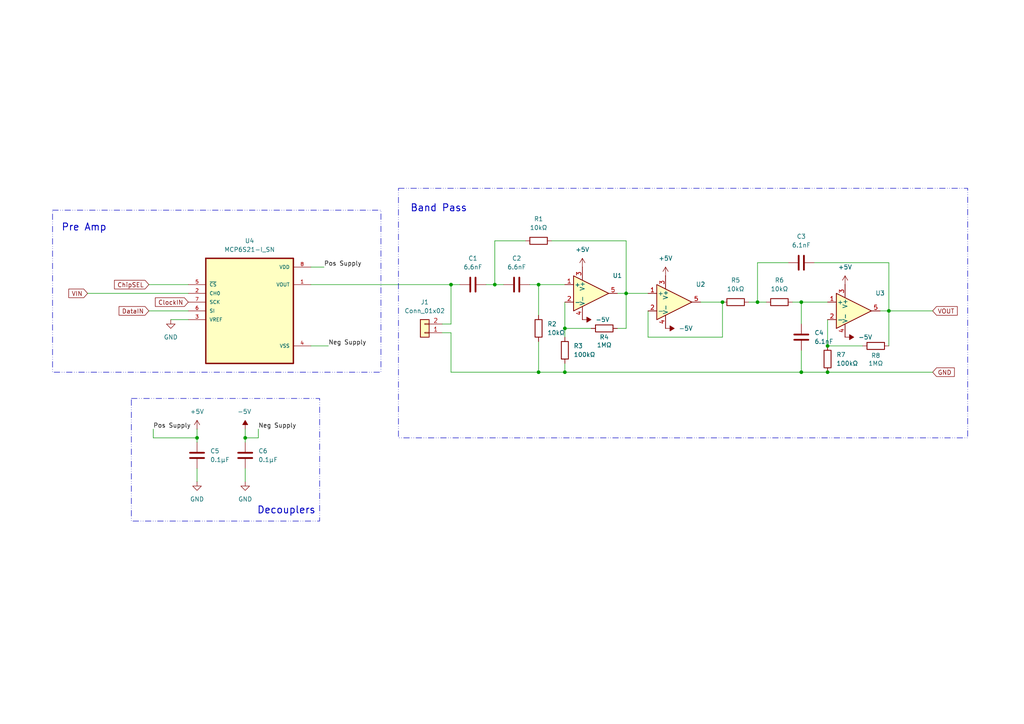
<source format=kicad_sch>
(kicad_sch (version 20250114) (generator "eeschema") (generator_version "9.0")
  (paper "A4")
  (lib_symbols
    (symbol "Connector_Generic:Conn_01x02" (pin_names (offset 1.016) (hide yes))
      (property "Reference" "J" (at 0 2.54 0))
      (property "Value" "Conn_01x02" (at 0 -5.08 0))
      (symbol "Conn_01x02_1_1"
        (rectangle (start -1.27 1.27) (end 1.27 -3.81) (stroke (width 0.254)) (fill (type background)))
        (rectangle (start -1.27 0.127) (end 0 -0.127) (stroke (width 0.1524)))
        (rectangle (start -1.27 -2.413) (end 0 -2.667) (stroke (width 0.1524)))
        (pin passive line (at -5.08 0 0) (length 3.81) (name "Pin_1") (number "1"))
        (pin passive line (at -5.08 -2.54 0) (length 3.81) (name "Pin_2") (number "2"))
      )
    )
    (symbol "Device:C" (pin_numbers (hide yes)) (pin_names (offset 0.254))
      (property "Reference" "C" (at 0.635 2.54 0))
      (property "Value" "C" (at 0.635 -2.54 0))
      (symbol "C_0_1"
        (polyline (pts (xy -2.032 0.762) (xy 2.032 0.762)) (stroke (width 0.508)))
        (polyline (pts (xy -2.032 -0.762) (xy 2.032 -0.762)) (stroke (width 0.508)))
      )
      (symbol "C_1_1"
        (pin passive line (at 0 3.81 270) (length 2.794) (name "~") (number "1"))
        (pin passive line (at 0 -3.81 90) (length 2.794) (name "~") (number "2"))
      )
    )
    (symbol "Device:R" (pin_numbers (hide yes)) (pin_names (offset 0))
      (property "Reference" "R" (at 2.032 0 90))
      (property "Value" "R" (at 0 0 90))
      (symbol "R_0_1"
        (rectangle (start -1.016 -2.54) (end 1.016 2.54) (stroke (width 0.254)))
      )
      (symbol "R_1_1"
        (pin passive line (at 0 3.81 270) (length 1.27) (name "~") (number "1"))
        (pin passive line (at 0 -3.81 90) (length 1.27) (name "~") (number "2"))
      )
    )
    (symbol "MCP6S21-I_SN:MCP6S21-I_SN" (pin_names (offset 1.016))
      (property "Reference" "U" (at -12.7 16.24 0))
      (property "Value" "MCP6S21-I_SN" (at -12.7 -19.24 0))
      (symbol "MCP6S21-I_SN_0_0"
        (rectangle (start -12.7 -15.24) (end 12.7 15.24) (stroke (width 0.41)) (fill (type background)))
        (pin input line (at -17.78 7.62 0) (length 5.08) (name "~{CS}") (number "5"))
        (pin input line (at -17.78 5.08 0) (length 5.08) (name "CH0") (number "2"))
        (pin input line (at -17.78 2.54 0) (length 5.08) (name "SCK") (number "7"))
        (pin input line (at -17.78 0 0) (length 5.08) (name "SI") (number "6"))
        (pin input line (at -17.78 -2.54 0) (length 5.08) (name "VREF") (number "3"))
        (pin power_in line (at 17.78 12.7 180) (length 5.08) (name "VDD") (number "8"))
        (pin output line (at 17.78 7.62 180) (length 5.08) (name "VOUT") (number "1"))
        (pin power_in line (at 17.78 -10.16 180) (length 5.08) (name "VSS") (number "4"))
      )
    )
    (symbol "Simulation_SPICE:OPAMP" (pin_names (offset 0.254))
      (property "Reference" "U" (at 3.81 3.175 0))
      (property "Value" "${SIM.PARAMS}" (at 3.81 -3.175 0))
      (symbol "OPAMP_0_1"
        (polyline (pts (xy 5.08 0) (xy -5.08 5.08) (xy -5.08 -5.08) (xy 5.08 0)) (stroke (width 0.254)) (fill (type background)))
      )
      (symbol "OPAMP_1_1"
        (pin input line (at -7.62 2.54 0) (length 2.54) (name "+") (number "1"))
        (pin input line (at -7.62 -2.54 0) (length 2.54) (name "-") (number "2"))
        (pin power_in line (at -2.54 7.62 270) (length 3.81) (name "V+") (number "3"))
        (pin power_in line (at -2.54 -7.62 90) (length 3.81) (name "V-") (number "4"))
        (pin output line (at 7.62 0 180) (length 2.54) (name "~") (number "5"))
      )
    )
    (symbol "power:+5V" (power) (pin_numbers (hide yes)) (pin_names (offset 0) (hide yes))
      (property "Value" "+5V" (at 0 3.556 0))
      (symbol "+5V_0_1"
        (polyline (pts (xy -0.762 1.27) (xy 0 2.54)))
        (polyline (pts (xy 0 2.54) (xy 0.762 1.27)))
        (polyline (pts (xy 0 0) (xy 0 2.54)))
      )
      (symbol "+5V_1_1"
        (pin power_in line (at 0 0 90) (length 0) (name "~") (number "1"))
      )
    )
    (symbol "power:-5V" (power) (pin_numbers (hide yes)) (pin_names (offset 0) (hide yes))
      (property "Value" "-5V" (at 0 3.556 0))
      (symbol "-5V_0_0"
        (pin power_in line (at 0 0 90) (length 0) (name "~") (number "1"))
      )
      (symbol "-5V_0_1"
        (polyline (pts (xy 0 0) (xy 0 1.27) (xy 0.762 1.27) (xy 0 2.54) (xy -0.762 1.27) (xy 0 1.27)) (fill (type outline)))
      )
    )
    (symbol "power:GND" (power) (pin_numbers (hide yes)) (pin_names (offset 0) (hide yes))
      (property "Value" "GND" (at 0 -3.81 0))
      (symbol "GND_0_1"
        (polyline (pts (xy 0 0) (xy 0 -1.27) (xy 1.27 -1.27) (xy 0 -2.54) (xy -1.27 -1.27) (xy 0 -1.27)))
      )
      (symbol "GND_1_1"
        (pin power_in line (at 0 0 270) (length 0) (name "~") (number "1"))
      )
    )
    (symbol "power:VDD" (power) (pin_numbers (hide yes)) (pin_names (offset 0) (hide yes))
      (property "Value" "VDD" (at 0 3.556 0))
      (symbol "VDD_0_1"
        (polyline (pts (xy -0.762 1.27) (xy 0 2.54)))
        (polyline (pts (xy 0 2.54) (xy 0.762 1.27)))
        (polyline (pts (xy 0 0) (xy 0 2.54)))
      )
      (symbol "VDD_1_1"
        (pin power_in line (at 0 0 90) (length 0) (name "~") (number "1"))
      )
    )
  )
  (rectangle (start 15.24 60.96) (end 110.49 107.95) (stroke (width 0) (type dash_dot_dot)))
  (rectangle (start 38.1 115.57) (end 92.71 151.13) (stroke (width 0) (type dash_dot_dot)))
  (rectangle (start 115.57 54.61) (end 280.67 127) (stroke (width 0) (type dash_dot_dot)))
  (text "Pre Amp" (at 24.384 66.04 0) (effects (font (size 2.032 2.032) (thickness 0.254))))
  (text "Decouplers" (at 83.058 148.082 0) (effects (font (size 2.032 2.032) (thickness 0.254))))
  (text "Band Pass" (at 127.254 60.452 0) (effects (font (size 2.032 2.032) (thickness 0.254))))
  (junction (at 181.61 85.09))
  (junction (at 240.03 100.33))
  (junction (at 209.55 87.63))
  (junction (at 71.12 127))
  (junction (at 143.51 82.55))
  (junction (at 240.03 107.95))
  (junction (at 57.15 127))
  (junction (at 163.83 95.25))
  (junction (at 219.71 87.63))
  (junction (at 130.81 82.55))
  (junction (at 156.21 82.55))
  (junction (at 163.83 107.95))
  (junction (at 156.21 107.95))
  (junction (at 257.81 90.17))
  (junction (at 232.41 107.95))
  (junction (at 232.41 87.63))
  (wire (pts (xy 143.51 69.85) (xy 152.4 69.85)))
  (wire (pts (xy 187.96 90.17) (xy 187.96 97.79)))
  (wire (pts (xy 203.2 87.63) (xy 209.55 87.63)))
  (wire (pts (xy 209.55 97.79) (xy 209.55 87.63)))
  (wire (pts (xy 163.83 95.25) (xy 171.45 95.25)))
  (wire (pts (xy 217.17 87.63) (xy 219.71 87.63)))
  (wire (pts (xy 43.18 82.55) (xy 54.61 82.55)))
  (wire (pts (xy 257.81 90.17) (xy 270.51 90.17)))
  (wire (pts (xy 130.81 82.55) (xy 130.81 93.98)))
  (wire (pts (xy 228.6 76.2) (xy 219.71 76.2)))
  (wire (pts (xy 163.83 107.95) (xy 156.21 107.95)))
  (wire (pts (xy 179.07 85.09) (xy 181.61 85.09)))
  (wire (pts (xy 240.03 100.33) (xy 250.19 100.33)))
  (wire (pts (xy 143.51 82.55) (xy 146.05 82.55)))
  (wire (pts (xy 156.21 107.95) (xy 130.81 107.95)))
  (wire (pts (xy 140.97 82.55) (xy 143.51 82.55)))
  (wire (pts (xy 163.83 105.41) (xy 163.83 107.95)))
  (wire (pts (xy 181.61 85.09) (xy 187.96 85.09)))
  (wire (pts (xy 153.67 82.55) (xy 156.21 82.55)))
  (wire (pts (xy 181.61 85.09) (xy 181.61 95.25)))
  (wire (pts (xy 163.83 95.25) (xy 163.83 97.79)))
  (wire (pts (xy 163.83 107.95) (xy 232.41 107.95)))
  (wire (pts (xy 232.41 87.63) (xy 240.03 87.63)))
  (wire (pts (xy 128.27 96.52) (xy 130.81 96.52)))
  (wire (pts (xy 156.21 99.06) (xy 156.21 107.95)))
  (wire (pts (xy 71.12 124.46) (xy 71.12 127)))
  (wire (pts (xy 232.41 101.6) (xy 232.41 107.95)))
  (wire (pts (xy 181.61 95.25) (xy 179.07 95.25)))
  (wire (pts (xy 57.15 135.89) (xy 57.15 139.7)))
  (wire (pts (xy 74.93 124.46) (xy 74.93 127)))
  (wire (pts (xy 90.17 82.55) (xy 130.81 82.55)))
  (wire (pts (xy 232.41 87.63) (xy 232.41 93.98)))
  (wire (pts (xy 128.27 93.98) (xy 130.81 93.98)))
  (wire (pts (xy 130.81 96.52) (xy 130.81 107.95)))
  (wire (pts (xy 156.21 82.55) (xy 156.21 91.44)))
  (wire (pts (xy 219.71 87.63) (xy 222.25 87.63)))
  (wire (pts (xy 49.53 92.71) (xy 54.61 92.71)))
  (wire (pts (xy 163.83 87.63) (xy 163.83 95.25)))
  (wire (pts (xy 71.12 135.89) (xy 71.12 139.7)))
  (wire (pts (xy 219.71 76.2) (xy 219.71 87.63)))
  (wire (pts (xy 257.81 100.33) (xy 257.81 90.17)))
  (wire (pts (xy 90.17 100.33) (xy 95.25 100.33)))
  (wire (pts (xy 130.81 82.55) (xy 133.35 82.55)))
  (wire (pts (xy 44.45 124.46) (xy 44.45 127)))
  (wire (pts (xy 90.17 77.47) (xy 93.98 77.47)))
  (wire (pts (xy 257.81 90.17) (xy 255.27 90.17)))
  (wire (pts (xy 156.21 82.55) (xy 163.83 82.55)))
  (wire (pts (xy 257.81 76.2) (xy 257.81 90.17)))
  (wire (pts (xy 240.03 92.71) (xy 240.03 100.33)))
  (wire (pts (xy 229.87 87.63) (xy 232.41 87.63)))
  (wire (pts (xy 43.18 90.17) (xy 54.61 90.17)))
  (wire (pts (xy 160.02 69.85) (xy 181.61 69.85)))
  (wire (pts (xy 143.51 69.85) (xy 143.51 82.55)))
  (wire (pts (xy 57.15 127) (xy 57.15 128.27)))
  (wire (pts (xy 232.41 107.95) (xy 240.03 107.95)))
  (wire (pts (xy 71.12 127) (xy 74.93 127)))
  (wire (pts (xy 71.12 127) (xy 71.12 128.27)))
  (wire (pts (xy 187.96 97.79) (xy 209.55 97.79)))
  (wire (pts (xy 44.45 127) (xy 57.15 127)))
  (wire (pts (xy 240.03 107.95) (xy 270.51 107.95)))
  (wire (pts (xy 57.15 124.46) (xy 57.15 127)))
  (wire (pts (xy 25.4 85.09) (xy 54.61 85.09)))
  (wire (pts (xy 236.22 76.2) (xy 257.81 76.2)))
  (wire (pts (xy 181.61 69.85) (xy 181.61 85.09)))
  (label "Pos Supply" (at 93.98 77.47 0))
  (label "Neg Supply" (at 74.93 124.46 0))
  (label "Pos Supply" (at 44.45 124.46 0))
  (label "Neg Supply" (at 95.25 100.33 0))
  (global_label "ClockIN" (shape input) (at 54.61 87.63 180) (property "Intersheetrefs" "${INTERSHEET_REFS}" (effects (hide yes))))
  (global_label "DataIN" (shape input) (at 43.18 90.17 180) (property "Intersheetrefs" "${INTERSHEET_REFS}" (effects (hide yes))))
  (global_label "VIN" (shape input) (at 25.4 85.09 180) (property "Intersheetrefs" "${INTERSHEET_REFS}" (effects (hide yes))))
  (global_label "VOUT" (shape input) (at 270.51 90.17 0) (property "Intersheetrefs" "${INTERSHEET_REFS}" (effects (hide yes))))
  (global_label "ChipSEL" (shape input) (at 43.18 82.55 180) (property "Intersheetrefs" "${INTERSHEET_REFS}" (effects (hide yes))))
  (global_label "GND" (shape input) (at 270.51 107.95 0) (property "Intersheetrefs" "${INTERSHEET_REFS}" (effects (hide yes))))
  (symbol (lib_id "power:GND") (at 71.12 139.7 0) (unit 1)
    (property "Reference" "#PWR09" (effects (hide yes)))
    (property "Value" "GND" (at 71.12 144.78 0))
    (property "Description" "Power symbol creates a global label with name \"GND\" , ground" (effects (hide yes)))
  )
  (symbol (lib_id "power:VDD") (at 168.91 77.47 0) (unit 1)
    (property "Reference" "#PWR02" (effects (hide yes)))
    (property "Value" "+5V" (at 168.91 72.39 0))
    (property "Description" "Power symbol creates a global label with name \"VDD\"" (effects (hide yes)))
  )
  (symbol (lib_id "Simulation_SPICE:OPAMP") (at 171.45 85.09 0) (unit 1)
    (property "Reference" "U1" (at 179.07 79.9398 0))
    (property "Value" "${SIM.PARAMS}" (at 179.07 81.8449 0))
    (property "Footprint" "Package_SO:SOIC-8-1EP_3.9x4.9mm_P1.27mm_EP2.29x3mm" (effects (hide yes)))
    (property "Datasheet" "https://ngspice.sourceforge.io/docs/ngspice-html-manual/manual.xhtml#sec__SUBCKT_Subcircuits" (effects (hide yes)))
    (property "Description" "Operational amplifier, single" (effects (hide yes)))
    (property "Sim.Pins" "1=in+ 2=in- 3=vcc 4=vee 5=out" (effects (hide yes)))
    (property "Sim.Device" "SUBCKT" (effects (hide yes)))
    (property "Sim.Library" "${KICAD9_SYMBOL_DIR}/Simulation_SPICE.sp" (effects (hide yes)))
    (property "Sim.Name" "kicad_builtin_opamp" (effects (hide yes)))
  )
  (symbol (lib_id "MCP6S21-I_SN:MCP6S21-I_SN") (at 72.39 90.17 0) (unit 1)
    (property "Reference" "U4" (at 72.39 69.85 0))
    (property "Value" "MCP6S21-I_SN" (at 72.39 72.39 0))
    (property "Footprint" "MCP6S21-I_SN:SOIC127P600X175-8N" (effects (hide yes)))
  )
  (symbol (lib_id "Device:C") (at 71.12 132.08 0) (unit 1)
    (property "Reference" "C6" (at 74.93 130.8099 0) (effects (justify left)))
    (property "Value" "0.1µF" (at 74.93 133.3499 0) (effects (justify left)))
    (property "Footprint" "Capacitor_THT:CP_Axial_L10.0mm_D4.5mm_P15.00mm_Horizontal" (effects (hide yes)))
    (property "Description" "Unpolarized capacitor" (effects (hide yes)))
  )
  (symbol (lib_id "Device:R") (at 240.03 104.14 180) (unit 1)
    (property "Reference" "R7" (at 242.57 102.8699 0) (effects (justify right)))
    (property "Value" "100kΩ" (at 242.57 105.4099 0) (effects (justify right)))
    (property "Footprint" "Resistor_THT:R_Axial_DIN0204_L3.6mm_D1.6mm_P1.90mm_Vertical" (effects (hide yes)))
    (property "Description" "Resistor" (effects (hide yes)))
  )
  (symbol (lib_id "Device:C") (at 57.15 132.08 0) (unit 1)
    (property "Reference" "C5" (at 60.96 130.8099 0) (effects (justify left)))
    (property "Value" "0.1µF" (at 60.96 133.3499 0) (effects (justify left)))
    (property "Footprint" "Capacitor_THT:CP_Axial_L10.0mm_D4.5mm_P15.00mm_Horizontal" (effects (hide yes)))
    (property "Description" "Unpolarized capacitor" (effects (hide yes)))
  )
  (symbol (lib_id "Device:C") (at 149.86 82.55 270) (unit 1)
    (property "Reference" "C2" (at 149.86 74.93 90))
    (property "Value" "6.6nF" (at 149.86 77.47 90))
    (property "Footprint" "Capacitor_THT:CP_Axial_L10.0mm_D4.5mm_P15.00mm_Horizontal" (effects (hide yes)))
    (property "Description" "Unpolarized capacitor" (effects (hide yes)))
  )
  (symbol (lib_id "power:GND") (at 57.15 139.7 0) (unit 1)
    (property "Reference" "#PWR010" (effects (hide yes)))
    (property "Value" "GND" (at 57.15 144.78 0))
    (property "Description" "Power symbol creates a global label with name \"GND\" , ground" (effects (hide yes)))
  )
  (symbol (lib_id "Device:R") (at 213.36 87.63 270) (unit 1)
    (property "Reference" "R5" (at 213.36 81.28 90))
    (property "Value" "10kΩ" (at 213.36 83.82 90))
    (property "Footprint" "Resistor_THT:R_Axial_DIN0204_L3.6mm_D1.6mm_P1.90mm_Vertical" (effects (hide yes)))
    (property "Description" "Resistor" (effects (hide yes)))
  )
  (symbol (lib_id "power:-5V") (at 168.91 92.71 270) (unit 1)
    (property "Reference" "#PWR07" (effects (hide yes)))
    (property "Value" "-5V" (at 172.72 92.7099 90) (effects (justify left)))
    (property "Description" "Power symbol creates a global label with name \"-5V\"" (effects (hide yes)))
  )
  (symbol (lib_id "Device:R") (at 156.21 95.25 0) (unit 1)
    (property "Reference" "R2" (at 158.75 93.9799 0) (effects (justify left)))
    (property "Value" "10kΩ" (at 158.75 96.5199 0) (effects (justify left)))
    (property "Footprint" "Resistor_THT:R_Axial_DIN0204_L3.6mm_D1.6mm_P1.90mm_Vertical" (effects (hide yes)))
    (property "Description" "Resistor" (effects (hide yes)))
  )
  (symbol (lib_id "Simulation_SPICE:OPAMP") (at 195.58 87.63 0) (unit 1)
    (property "Reference" "U2" (at 203.2 82.4798 0))
    (property "Value" "${SIM.PARAMS}" (at 203.2 84.3849 0))
    (property "Footprint" "Package_SO:SOIC-8-1EP_3.9x4.9mm_P1.27mm_EP2.29x3mm" (effects (hide yes)))
    (property "Datasheet" "https://ngspice.sourceforge.io/docs/ngspice-html-manual/manual.xhtml#sec__SUBCKT_Subcircuits" (effects (hide yes)))
    (property "Description" "Operational amplifier, single" (effects (hide yes)))
    (property "Sim.Pins" "1=in+ 2=in- 3=vcc 4=vee 5=out" (effects (hide yes)))
    (property "Sim.Device" "SUBCKT" (effects (hide yes)))
    (property "Sim.Library" "${KICAD9_SYMBOL_DIR}/Simulation_SPICE.sp" (effects (hide yes)))
    (property "Sim.Name" "kicad_builtin_opamp" (effects (hide yes)))
  )
  (symbol (lib_id "power:+5V") (at 57.15 124.46 0) (unit 1)
    (property "Reference" "#PWR05" (effects (hide yes)))
    (property "Value" "+5V" (at 57.15 119.38 0))
    (property "Description" "Power symbol creates a global label with name \"+5V\"" (effects (hide yes)))
  )
  (symbol (lib_id "Device:R") (at 254 100.33 270) (unit 1)
    (property "Reference" "R8" (at 254 103.124 90))
    (property "Value" "1MΩ" (at 254 105.41 90))
    (property "Footprint" "Resistor_THT:R_Axial_DIN0204_L3.6mm_D1.6mm_P1.90mm_Vertical" (effects (hide yes)))
    (property "Description" "Resistor" (effects (hide yes)))
  )
  (symbol (lib_id "Device:C") (at 232.41 97.79 0) (unit 1)
    (property "Reference" "C4" (at 236.22 96.5199 0) (effects (justify left)))
    (property "Value" "6.1nF" (at 236.22 99.0599 0) (effects (justify left)))
    (property "Footprint" "Capacitor_THT:CP_Axial_L10.0mm_D4.5mm_P15.00mm_Horizontal" (effects (hide yes)))
    (property "Description" "Unpolarized capacitor" (effects (hide yes)))
  )
  (symbol (lib_id "Device:C") (at 137.16 82.55 270) (unit 1)
    (property "Reference" "C1" (at 137.16 74.93 90))
    (property "Value" "6.6nF" (at 137.16 77.47 90))
    (property "Footprint" "Capacitor_THT:CP_Axial_L10.0mm_D4.5mm_P15.00mm_Horizontal" (effects (hide yes)))
    (property "Description" "Unpolarized capacitor" (effects (hide yes)))
  )
  (symbol (lib_id "Simulation_SPICE:OPAMP") (at 247.65 90.17 0) (unit 1)
    (property "Reference" "U3" (at 255.27 85.0198 0))
    (property "Value" "${SIM.PARAMS}" (at 255.27 86.9249 0))
    (property "Footprint" "Package_SO:SOIC-8-1EP_3.9x4.9mm_P1.27mm_EP2.29x3mm" (effects (hide yes)))
    (property "Datasheet" "https://ngspice.sourceforge.io/docs/ngspice-html-manual/manual.xhtml#sec__SUBCKT_Subcircuits" (effects (hide yes)))
    (property "Description" "Operational amplifier, single" (effects (hide yes)))
    (property "Sim.Pins" "1=in+ 2=in- 3=vcc 4=vee 5=out" (effects (hide yes)))
    (property "Sim.Device" "SUBCKT" (effects (hide yes)))
    (property "Sim.Library" "${KICAD9_SYMBOL_DIR}/Simulation_SPICE.sp" (effects (hide yes)))
    (property "Sim.Name" "kicad_builtin_opamp" (effects (hide yes)))
  )
  (symbol (lib_id "Device:R") (at 156.21 69.85 270) (unit 1)
    (property "Reference" "R1" (at 156.21 63.5 90))
    (property "Value" "10kΩ" (at 156.21 66.04 90))
    (property "Footprint" "Resistor_THT:R_Axial_DIN0204_L3.6mm_D1.6mm_P1.90mm_Vertical" (effects (hide yes)))
    (property "Description" "Resistor" (effects (hide yes)))
  )
  (symbol (lib_id "power:VDD") (at 193.04 80.01 0) (unit 1)
    (property "Reference" "#PWR04" (effects (hide yes)))
    (property "Value" "+5V" (at 193.04 74.93 0))
    (property "Description" "Power symbol creates a global label with name \"VDD\"" (effects (hide yes)))
  )
  (symbol (lib_id "Device:R") (at 163.83 101.6 0) (unit 1)
    (property "Reference" "R3" (at 166.37 100.3299 0) (effects (justify left)))
    (property "Value" "100kΩ" (at 166.37 102.8699 0) (effects (justify left)))
    (property "Footprint" "Resistor_THT:R_Axial_DIN0204_L3.6mm_D1.6mm_P1.90mm_Vertical" (effects (hide yes)))
    (property "Description" "Resistor" (effects (hide yes)))
  )
  (symbol (lib_id "power:VDD") (at 245.11 82.55 0) (unit 1)
    (property "Reference" "#PWR06" (effects (hide yes)))
    (property "Value" "+5V" (at 245.11 77.47 0))
    (property "Description" "Power symbol creates a global label with name \"VDD\"" (effects (hide yes)))
  )
  (symbol (lib_id "Device:R") (at 175.26 95.25 270) (unit 1)
    (property "Reference" "R4" (at 175.26 97.79 90))
    (property "Value" "1MΩ" (at 175.26 100.076 90))
    (property "Footprint" "Resistor_THT:R_Axial_DIN0204_L3.6mm_D1.6mm_P1.90mm_Vertical" (effects (hide yes)))
    (property "Description" "Resistor" (effects (hide yes)))
  )
  (symbol (lib_id "power:-5V") (at 245.11 97.79 270) (unit 1)
    (property "Reference" "#PWR03" (effects (hide yes)))
    (property "Value" "-5V" (at 248.92 97.7899 90) (effects (justify left)))
    (property "Description" "Power symbol creates a global label with name \"-5V\"" (effects (hide yes)))
  )
  (symbol (lib_id "Connector_Generic:Conn_01x02") (at 123.19 96.52 180) (unit 1)
    (property "Reference" "J1" (at 123.19 87.63 0))
    (property "Value" "Conn_01x02" (at 123.19 90.17 0))
    (property "Footprint" "Connector_Coaxial:BNC_Amphenol_031-5539_Vertical" (effects (hide yes)))
    (property "Description" "Generic connector, single row, 01x02, script generated (kicad-library-utils/schlib/autogen/connector/)" (effects (hide yes)))
  )
  (symbol (lib_id "Device:C") (at 232.41 76.2 270) (unit 1)
    (property "Reference" "C3" (at 232.41 68.58 90))
    (property "Value" "6.1nF" (at 232.41 71.12 90))
    (property "Footprint" "Capacitor_THT:CP_Axial_L10.0mm_D4.5mm_P15.00mm_Horizontal" (effects (hide yes)))
    (property "Description" "Unpolarized capacitor" (effects (hide yes)))
  )
  (symbol (lib_id "power:GND") (at 49.53 92.71 0) (unit 1)
    (property "Reference" "#PWR019" (effects (hide yes)))
    (property "Value" "GND" (at 49.53 97.79 0))
    (property "Description" "Power symbol creates a global label with name \"GND\" , ground" (effects (hide yes)))
  )
  (symbol (lib_id "power:-5V") (at 71.12 124.46 0) (unit 1)
    (property "Reference" "#PWR08" (effects (hide yes)))
    (property "Value" "-5V" (at 68.834 119.38 0) (effects (justify left)))
    (property "Description" "Power symbol creates a global label with name \"-5V\"" (effects (hide yes)))
  )
  (symbol (lib_id "Device:R") (at 226.06 87.63 270) (unit 1)
    (property "Reference" "R6" (at 226.06 81.28 90))
    (property "Value" "10kΩ" (at 226.06 83.82 90))
    (property "Footprint" "Resistor_THT:R_Axial_DIN0204_L3.6mm_D1.6mm_P1.90mm_Vertical" (effects (hide yes)))
    (property "Description" "Resistor" (effects (hide yes)))
  )
  (symbol (lib_id "power:-5V") (at 193.04 95.25 270) (unit 1)
    (property "Reference" "#PWR01" (effects (hide yes)))
    (property "Value" "-5V" (at 196.85 95.2499 90) (effects (justify left)))
    (property "Description" "Power symbol creates a global label with name \"-5V\"" (effects (hide yes)))
  )
)
</source>
